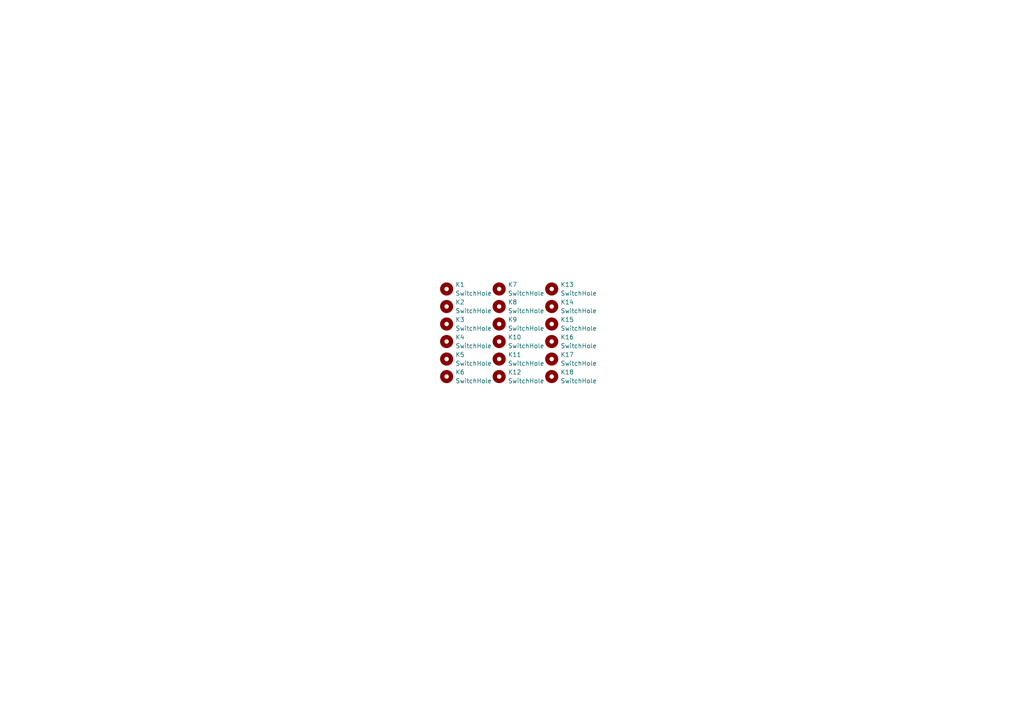
<source format=kicad_sch>
(kicad_sch (version 20250114) (generator "eeschema") (generator_version "9.0")
  (paper "A4")
  (lib_symbols
    (symbol "Mechanical:MountingHole" (pin_names (offset 1.016)) (in_bom no)
      (property "Reference" "H" (at 0 5.08 0))
      (property "Value" "MountingHole" (at 0 3.175 0))
      (symbol "MountingHole_0_1"
        (circle (center 0 0) (radius 1.27) (stroke (width 1.27)))
      )
    )
  )
  (symbol (lib_id "Mechanical:MountingHole") (at 160.02 93.98 0) (unit 1) (in_bom no)
    (property "Reference" "K15" (at 162.56 92.7099 0) (effects (justify left)))
    (property "Value" "SwitchHole" (at 162.56 95.2499 0) (effects (justify left)))
    (property "Footprint" "pcb-top:Switch_Hole" (effects (hide yes)))
  )
  (symbol (lib_id "Mechanical:MountingHole") (at 144.78 83.82 0) (unit 1) (in_bom no)
    (property "Reference" "K7" (at 147.32 82.5499 0) (effects (justify left)))
    (property "Value" "SwitchHole" (at 147.32 85.0899 0) (effects (justify left)))
    (property "Footprint" "pcb-top:Switch_Hole" (effects (hide yes)))
  )
  (symbol (lib_id "Mechanical:MountingHole") (at 129.54 104.14 0) (unit 1) (in_bom no)
    (property "Reference" "K5" (at 132.08 102.8699 0) (effects (justify left)))
    (property "Value" "SwitchHole" (at 132.08 105.4099 0) (effects (justify left)))
    (property "Footprint" "pcb-top:Switch_Hole" (effects (hide yes)))
  )
  (symbol (lib_id "Mechanical:MountingHole") (at 144.78 104.14 0) (unit 1) (in_bom no)
    (property "Reference" "K11" (at 147.32 102.8699 0) (effects (justify left)))
    (property "Value" "SwitchHole" (at 147.32 105.4099 0) (effects (justify left)))
    (property "Footprint" "pcb-top:Switch_Hole" (effects (hide yes)))
  )
  (symbol (lib_id "Mechanical:MountingHole") (at 144.78 109.22 0) (unit 1) (in_bom no)
    (property "Reference" "K12" (at 147.32 107.9499 0) (effects (justify left)))
    (property "Value" "SwitchHole" (at 147.32 110.4899 0) (effects (justify left)))
    (property "Footprint" "pcb-top:Switch_Hole" (effects (hide yes)))
  )
  (symbol (lib_id "Mechanical:MountingHole") (at 160.02 99.06 0) (unit 1) (in_bom no)
    (property "Reference" "K16" (at 162.56 97.7899 0) (effects (justify left)))
    (property "Value" "SwitchHole" (at 162.56 100.3299 0) (effects (justify left)))
    (property "Footprint" "pcb-top:Switch_Hole" (effects (hide yes)))
  )
  (symbol (lib_id "Mechanical:MountingHole") (at 129.54 93.98 0) (unit 1) (in_bom no)
    (property "Reference" "K3" (at 132.08 92.7099 0) (effects (justify left)))
    (property "Value" "SwitchHole" (at 132.08 95.2499 0) (effects (justify left)))
    (property "Footprint" "pcb-top:Switch_Hole" (effects (hide yes)))
  )
  (symbol (lib_id "Mechanical:MountingHole") (at 144.78 93.98 0) (unit 1) (in_bom no)
    (property "Reference" "K9" (at 147.32 92.7099 0) (effects (justify left)))
    (property "Value" "SwitchHole" (at 147.32 95.2499 0) (effects (justify left)))
    (property "Footprint" "pcb-top:Switch_Hole" (effects (hide yes)))
  )
  (symbol (lib_id "Mechanical:MountingHole") (at 129.54 88.9 0) (unit 1) (in_bom no)
    (property "Reference" "K2" (at 132.08 87.6299 0) (effects (justify left)))
    (property "Value" "SwitchHole" (at 132.08 90.1699 0) (effects (justify left)))
    (property "Footprint" "pcb-top:Switch_Hole" (effects (hide yes)))
  )
  (symbol (lib_id "Mechanical:MountingHole") (at 160.02 88.9 0) (unit 1) (in_bom no)
    (property "Reference" "K14" (at 162.56 87.6299 0) (effects (justify left)))
    (property "Value" "SwitchHole" (at 162.56 90.1699 0) (effects (justify left)))
    (property "Footprint" "pcb-top:Switch_Hole" (effects (hide yes)))
  )
  (symbol (lib_id "Mechanical:MountingHole") (at 129.54 109.22 0) (unit 1) (in_bom no)
    (property "Reference" "K6" (at 132.08 107.9499 0) (effects (justify left)))
    (property "Value" "SwitchHole" (at 132.08 110.4899 0) (effects (justify left)))
    (property "Footprint" "pcb-top:Switch_Hole" (effects (hide yes)))
  )
  (symbol (lib_id "Mechanical:MountingHole") (at 160.02 104.14 0) (unit 1) (in_bom no)
    (property "Reference" "K17" (at 162.56 102.8699 0) (effects (justify left)))
    (property "Value" "SwitchHole" (at 162.56 105.4099 0) (effects (justify left)))
    (property "Footprint" "pcb-top:Switch_Hole" (effects (hide yes)))
  )
  (symbol (lib_id "Mechanical:MountingHole") (at 129.54 83.82 0) (unit 1) (in_bom no)
    (property "Reference" "K1" (at 132.08 82.5499 0) (effects (justify left)))
    (property "Value" "SwitchHole" (at 132.08 85.0899 0) (effects (justify left)))
    (property "Footprint" "pcb-top:Switch_Hole" (effects (hide yes)))
  )
  (symbol (lib_id "Mechanical:MountingHole") (at 160.02 83.82 0) (unit 1) (in_bom no)
    (property "Reference" "K13" (at 162.56 82.5499 0) (effects (justify left)))
    (property "Value" "SwitchHole" (at 162.56 85.0899 0) (effects (justify left)))
    (property "Footprint" "pcb-top:Switch_Hole" (effects (hide yes)))
  )
  (symbol (lib_id "Mechanical:MountingHole") (at 144.78 88.9 0) (unit 1) (in_bom no)
    (property "Reference" "K8" (at 147.32 87.6299 0) (effects (justify left)))
    (property "Value" "SwitchHole" (at 147.32 90.1699 0) (effects (justify left)))
    (property "Footprint" "pcb-top:Switch_Hole" (effects (hide yes)))
  )
  (symbol (lib_id "Mechanical:MountingHole") (at 160.02 109.22 0) (unit 1) (in_bom no)
    (property "Reference" "K18" (at 162.56 107.9499 0) (effects (justify left)))
    (property "Value" "SwitchHole" (at 162.56 110.4899 0) (effects (justify left)))
    (property "Footprint" "pcb-top:Switch_Hole" (effects (hide yes)))
  )
  (symbol (lib_id "Mechanical:MountingHole") (at 129.54 99.06 0) (unit 1) (in_bom no)
    (property "Reference" "K4" (at 132.08 97.7899 0) (effects (justify left)))
    (property "Value" "SwitchHole" (at 132.08 100.3299 0) (effects (justify left)))
    (property "Footprint" "pcb-top:Switch_Hole" (effects (hide yes)))
  )
  (symbol (lib_id "Mechanical:MountingHole") (at 144.78 99.06 0) (unit 1) (in_bom no)
    (property "Reference" "K10" (at 147.32 97.7899 0) (effects (justify left)))
    (property "Value" "SwitchHole" (at 147.32 100.3299 0) (effects (justify left)))
    (property "Footprint" "pcb-top:Switch_Hole" (effects (hide yes)))
  )
)
</source>
